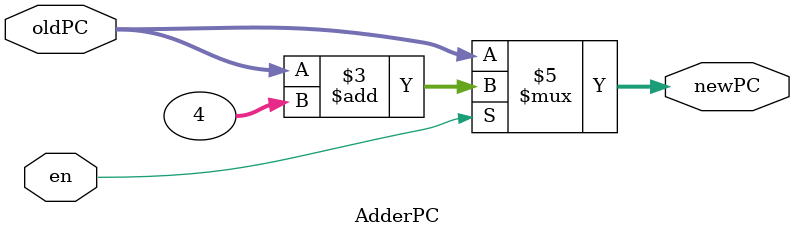
<source format=sv>
module AdderPC (oldPC, en ,newPC);
input wire [31:0] oldPC;
input wire en;
output reg [31:0] newPC;
always @* begin
	if (en==1)
	 	newPC=oldPC+4;
	else
		newPC=oldPC;
end
endmodule

</source>
